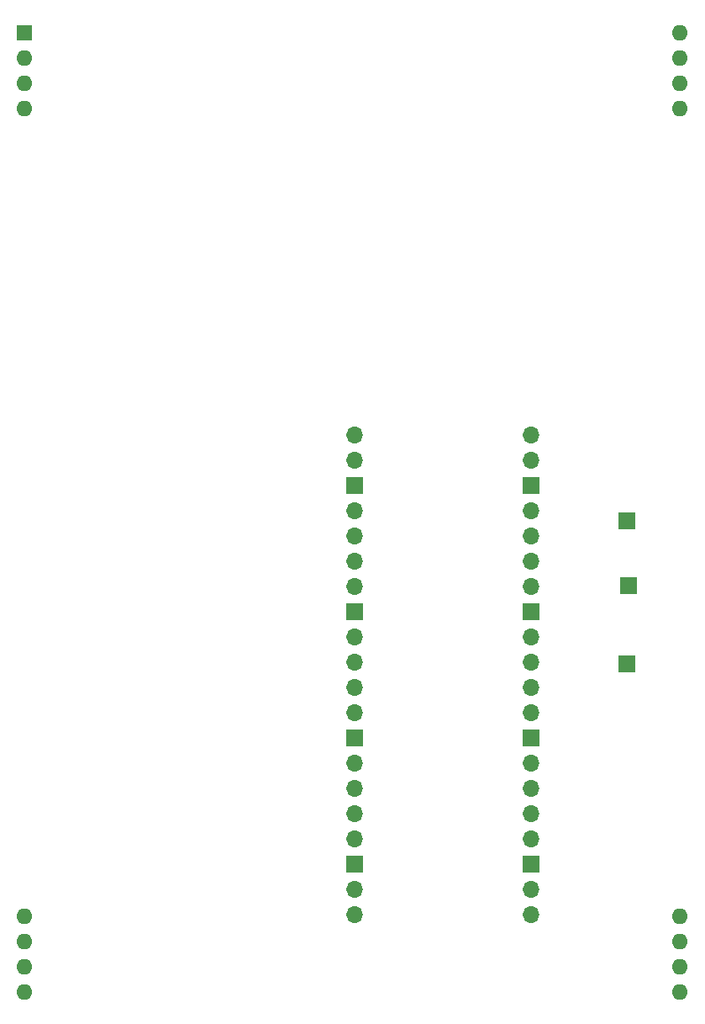
<source format=gbs>
G04 #@! TF.GenerationSoftware,KiCad,Pcbnew,7.0.5-7.0.5~ubuntu22.04.1*
G04 #@! TF.CreationDate,2023-06-28T11:52:20+02:00*
G04 #@! TF.ProjectId,AS3397_proto_SMS,41533333-3937-45f7-9072-6f746f5f534d,rev?*
G04 #@! TF.SameCoordinates,Original*
G04 #@! TF.FileFunction,Soldermask,Bot*
G04 #@! TF.FilePolarity,Negative*
%FSLAX46Y46*%
G04 Gerber Fmt 4.6, Leading zero omitted, Abs format (unit mm)*
G04 Created by KiCad (PCBNEW 7.0.5-7.0.5~ubuntu22.04.1) date 2023-06-28 11:52:20*
%MOMM*%
%LPD*%
G01*
G04 APERTURE LIST*
%ADD10O,1.700000X1.700000*%
%ADD11R,1.700000X1.700000*%
%ADD12R,1.600000X1.600000*%
%ADD13O,1.600000X1.600000*%
G04 APERTURE END LIST*
D10*
X114554000Y-86233000D03*
X114554000Y-88773000D03*
D11*
X114554000Y-91313000D03*
D10*
X114554000Y-93853000D03*
X114554000Y-96393000D03*
X114554000Y-98933000D03*
X114554000Y-101473000D03*
D11*
X114554000Y-104013000D03*
D10*
X114554000Y-106553000D03*
X114554000Y-109093000D03*
X114554000Y-111633000D03*
X114554000Y-114173000D03*
D11*
X114554000Y-116713000D03*
D10*
X114554000Y-119253000D03*
X114554000Y-121793000D03*
X114554000Y-124333000D03*
X114554000Y-126873000D03*
D11*
X114554000Y-129413000D03*
D10*
X114554000Y-131953000D03*
X114554000Y-134493000D03*
X132334000Y-134493000D03*
X132334000Y-131953000D03*
D11*
X132334000Y-129413000D03*
D10*
X132334000Y-126873000D03*
X132334000Y-124333000D03*
X132334000Y-121793000D03*
X132334000Y-119253000D03*
D11*
X132334000Y-116713000D03*
D10*
X132334000Y-114173000D03*
X132334000Y-111633000D03*
X132334000Y-109093000D03*
X132334000Y-106553000D03*
D11*
X132334000Y-104013000D03*
D10*
X132334000Y-101473000D03*
X132334000Y-98933000D03*
X132334000Y-96393000D03*
X132334000Y-93853000D03*
D11*
X132334000Y-91313000D03*
D10*
X132334000Y-88773000D03*
X132334000Y-86233000D03*
D12*
X81280000Y-45720000D03*
D13*
X81280000Y-48260000D03*
X81280000Y-50800000D03*
X81280000Y-53340000D03*
X81280000Y-134620000D03*
X81280000Y-137160000D03*
X81280000Y-139700000D03*
X81280000Y-142240000D03*
X147320000Y-142240000D03*
X147320000Y-139700000D03*
X147320000Y-137160000D03*
X147320000Y-134620000D03*
X147320000Y-53340000D03*
X147320000Y-50800000D03*
X147320000Y-48260000D03*
X147320000Y-45720000D03*
D11*
X142113000Y-101346000D03*
X141986000Y-94869000D03*
X141986000Y-109220000D03*
M02*

</source>
